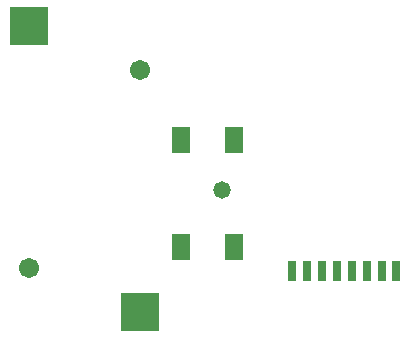
<source format=gbr>
%TF.GenerationSoftware,Altium Limited,Altium Designer,20.0.13 (296)*%
G04 Layer_Color=16711935*
%FSLAX45Y45*%
%MOMM*%
%TF.FileFunction,Soldermask,Bot*%
%TF.Part,Single*%
G01*
G75*
%TA.AperFunction,SMDPad,CuDef*%
%ADD23R,1.60320X2.30320*%
%TA.AperFunction,ComponentPad*%
%ADD24R,0.80320X1.80320*%
%ADD25C,1.71120*%
%ADD26R,3.20320X3.20320*%
%TA.AperFunction,ViaPad*%
%ADD27C,1.47320*%
D23*
X13306000Y6398600D02*
D03*
Y5488600D02*
D03*
X12856000D02*
D03*
Y6398600D02*
D03*
D24*
X14431609Y5283200D02*
D03*
X14304610D02*
D03*
X14177609D02*
D03*
X14050609D02*
D03*
X13923608D02*
D03*
X13796609D02*
D03*
X14558630D02*
D03*
X14683069D02*
D03*
D25*
X12509500Y6990300D02*
D03*
X11569700Y5308600D02*
D03*
D26*
X12509500Y4940300D02*
D03*
X11569700Y7358600D02*
D03*
D27*
X13208000Y5969000D02*
D03*
%TF.MD5,4adce426aa04b0a016480664af8663ee*%
M02*

</source>
